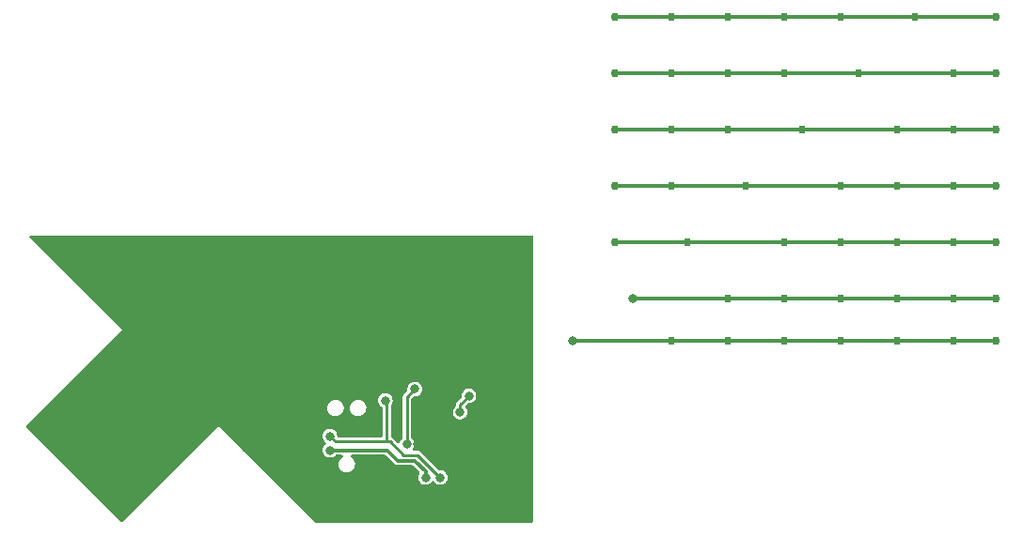
<source format=gbl>
G04 #@! TF.GenerationSoftware,KiCad,Pcbnew,7.0.5-0*
G04 #@! TF.CreationDate,2023-07-23T22:29:31-04:00*
G04 #@! TF.ProjectId,business_card,62757369-6e65-4737-935f-636172642e6b,rev?*
G04 #@! TF.SameCoordinates,Original*
G04 #@! TF.FileFunction,Copper,L2,Bot*
G04 #@! TF.FilePolarity,Positive*
%FSLAX46Y46*%
G04 Gerber Fmt 4.6, Leading zero omitted, Abs format (unit mm)*
G04 Created by KiCad (PCBNEW 7.0.5-0) date 2023-07-23 22:29:31*
%MOMM*%
%LPD*%
G01*
G04 APERTURE LIST*
G04 #@! TA.AperFunction,ViaPad*
%ADD10C,0.800000*%
G04 #@! TD*
G04 #@! TA.AperFunction,ViaPad*
%ADD11C,1.200000*%
G04 #@! TD*
G04 #@! TA.AperFunction,ViaPad*
%ADD12C,0.756400*%
G04 #@! TD*
G04 #@! TA.AperFunction,Conductor*
%ADD13C,0.250000*%
G04 #@! TD*
G04 #@! TA.AperFunction,Conductor*
%ADD14C,0.304800*%
G04 #@! TD*
G04 APERTURE END LIST*
D10*
X129804797Y-120437796D03*
X113538000Y-115824000D03*
X134361797Y-122458296D03*
X138161797Y-124948296D03*
X131461797Y-114848296D03*
D11*
X107670600Y-115951000D03*
D10*
X136451797Y-115688296D03*
X117226583Y-114252085D03*
X133409956Y-122447449D03*
X134111797Y-117498296D03*
X136412797Y-125486296D03*
X131461797Y-118528296D03*
X126464797Y-121746296D03*
X126464797Y-123016296D03*
X135079297Y-125486296D03*
X138203497Y-119580796D03*
X138986797Y-118123296D03*
D12*
X167355796Y-83900296D03*
X172435796Y-83900296D03*
X186405796Y-83900296D03*
X179118296Y-83900296D03*
X162275796Y-83900296D03*
X157195796Y-83900296D03*
X152115796Y-83900296D03*
X167355796Y-113110296D03*
X157195796Y-113110296D03*
X182595796Y-113110296D03*
X162275796Y-113110296D03*
X186405796Y-113110296D03*
X172435796Y-113110296D03*
X177515796Y-113110296D03*
D10*
X148305796Y-113110296D03*
D12*
X152115796Y-88980296D03*
X186405796Y-88980296D03*
X174038296Y-88980296D03*
X182595796Y-88980296D03*
X162275796Y-88980296D03*
X157195796Y-88980296D03*
X167355796Y-88980296D03*
X186405796Y-94060296D03*
X182595796Y-94060296D03*
X162275796Y-94060296D03*
X152115796Y-94060296D03*
X177515796Y-94060296D03*
X168958296Y-94060296D03*
X157195796Y-94060296D03*
X162275796Y-109300296D03*
X186405796Y-109300296D03*
X177515796Y-109300296D03*
X172435796Y-109300296D03*
X167355796Y-109300296D03*
X182595796Y-109300296D03*
D10*
X153718296Y-109300296D03*
D12*
X172435796Y-104220296D03*
X158685796Y-104220296D03*
X177515796Y-104220296D03*
X186405796Y-104220296D03*
X182595796Y-104220296D03*
X167355796Y-104220296D03*
X152115796Y-104220296D03*
X172435796Y-99140296D03*
X177515796Y-99140296D03*
X186405796Y-99140296D03*
X157195796Y-99140296D03*
X182595796Y-99140296D03*
X163878296Y-99140296D03*
X152115796Y-99140296D03*
D13*
X133409956Y-118200137D02*
X134111797Y-117498296D01*
X133409956Y-122447449D02*
X133409956Y-118200137D01*
X131572000Y-118638499D02*
X131461797Y-118528296D01*
X131572000Y-122248296D02*
X131900296Y-122248296D01*
X133096000Y-123444000D02*
X134370501Y-123444000D01*
X134370501Y-123444000D02*
X136412797Y-125486296D01*
X126464797Y-121746296D02*
X126966797Y-122248296D01*
X126966797Y-122248296D02*
X131572000Y-122248296D01*
X131900296Y-122248296D02*
X133096000Y-123444000D01*
X131572000Y-122248296D02*
X131572000Y-118638499D01*
D14*
X131652296Y-123016296D02*
X126464797Y-123016296D01*
X132588000Y-123952000D02*
X131652296Y-123016296D01*
X134112000Y-123952000D02*
X132588000Y-123952000D01*
X135079297Y-124919297D02*
X134112000Y-123952000D01*
X135079297Y-125486296D02*
X135079297Y-124919297D01*
D13*
X138203497Y-119580796D02*
X138203497Y-118906596D01*
X138203497Y-118906596D02*
X138986797Y-118123296D01*
D14*
X152115796Y-83900296D02*
X157195796Y-83900296D01*
X179005796Y-83900296D02*
X186405796Y-83900296D01*
X157195796Y-83900296D02*
X162275796Y-83900296D01*
X172435796Y-83900296D02*
X179005796Y-83900296D01*
X162275796Y-83900296D02*
X167355796Y-83900296D01*
X167355796Y-83900296D02*
X172435796Y-83900296D01*
X172435796Y-113110296D02*
X167355796Y-113110296D01*
X157195796Y-113110296D02*
X148305796Y-113110296D01*
X157195796Y-113110296D02*
X162275796Y-113110296D01*
X177515796Y-113110296D02*
X172435796Y-113110296D01*
X186405796Y-113110296D02*
X182595796Y-113110296D01*
X182595796Y-113110296D02*
X177515796Y-113110296D01*
X167355796Y-113110296D02*
X162275796Y-113110296D01*
X152115796Y-88980296D02*
X157195796Y-88980296D01*
X173925796Y-88980296D02*
X182595796Y-88980296D01*
X157195796Y-88980296D02*
X162275796Y-88980296D01*
X162275796Y-88980296D02*
X167355796Y-88980296D01*
X182595796Y-88980296D02*
X186405796Y-88980296D01*
X167355796Y-88980296D02*
X173925796Y-88980296D01*
X162275796Y-94060296D02*
X168845796Y-94060296D01*
X182595796Y-94060296D02*
X186405796Y-94060296D01*
X152115796Y-94060296D02*
X157195796Y-94060296D01*
X168845796Y-94060296D02*
X177515796Y-94060296D01*
X177515796Y-94060296D02*
X182595796Y-94060296D01*
X157195796Y-94060296D02*
X162275796Y-94060296D01*
X162275796Y-109300296D02*
X167355796Y-109300296D01*
X172435796Y-109300296D02*
X177515796Y-109300296D01*
X167355796Y-109300296D02*
X172435796Y-109300296D01*
X153718296Y-109300296D02*
X162275796Y-109300296D01*
X177515796Y-109300296D02*
X182595796Y-109300296D01*
X182595796Y-109300296D02*
X186405796Y-109300296D01*
X152115796Y-104220296D02*
X186405796Y-104220296D01*
X158685796Y-104220296D02*
X167355796Y-104220296D01*
X182595796Y-104220296D02*
X186405796Y-104220296D01*
X177515796Y-104220296D02*
X182595796Y-104220296D01*
X152115796Y-104220296D02*
X158685796Y-104220296D01*
X167355796Y-104220296D02*
X172435796Y-104220296D01*
X152115796Y-99140296D02*
X186405796Y-99140296D01*
X182595796Y-99140296D02*
X186405796Y-99140296D01*
X157195796Y-99140296D02*
X163765796Y-99140296D01*
X152115796Y-99140296D02*
X157195796Y-99140296D01*
X163765796Y-99140296D02*
X172435796Y-99140296D01*
X172435796Y-99140296D02*
X177515796Y-99140296D01*
G04 #@! TA.AperFunction,Conductor*
G36*
X144722121Y-103652002D02*
G01*
X144768614Y-103705658D01*
X144780000Y-103758000D01*
X144780000Y-129413500D01*
X144759998Y-129481621D01*
X144706342Y-129528114D01*
X144654000Y-129539500D01*
X125204598Y-129539500D01*
X125136477Y-129519498D01*
X125115503Y-129502595D01*
X118629207Y-123016299D01*
X125805490Y-123016299D01*
X125824646Y-123174075D01*
X125873244Y-123302214D01*
X125881010Y-123322691D01*
X125971299Y-123453497D01*
X126090268Y-123558895D01*
X126090269Y-123558895D01*
X126090271Y-123558897D01*
X126164997Y-123598116D01*
X126231004Y-123632759D01*
X126385326Y-123670796D01*
X126385327Y-123670796D01*
X126544267Y-123670796D01*
X126544268Y-123670796D01*
X126698590Y-123632759D01*
X126839326Y-123558895D01*
X126873174Y-123528908D01*
X126956731Y-123454884D01*
X127020984Y-123424683D01*
X127040284Y-123423196D01*
X127519996Y-123423196D01*
X127588117Y-123443198D01*
X127634610Y-123496854D01*
X127644714Y-123567128D01*
X127615220Y-123631708D01*
X127589234Y-123654467D01*
X127503142Y-123711090D01*
X127383499Y-123837903D01*
X127296331Y-123988883D01*
X127296329Y-123988889D01*
X127246327Y-124155909D01*
X127236240Y-124329089D01*
X127236189Y-124329956D01*
X127266464Y-124501650D01*
X127266465Y-124501652D01*
X127335515Y-124661731D01*
X127335517Y-124661735D01*
X127439627Y-124801578D01*
X127573180Y-124913644D01*
X127573182Y-124913645D01*
X127728981Y-124991890D01*
X127898625Y-125032096D01*
X127898627Y-125032096D01*
X128029235Y-125032096D01*
X128062913Y-125028159D01*
X128158960Y-125016933D01*
X128322789Y-124957304D01*
X128468450Y-124861501D01*
X128588092Y-124734689D01*
X128675263Y-124583703D01*
X128725265Y-124416684D01*
X128735403Y-124242636D01*
X128705128Y-124070942D01*
X128636075Y-123910858D01*
X128531964Y-123771013D01*
X128398408Y-123658945D01*
X128392282Y-123654916D01*
X128393966Y-123652354D01*
X128352179Y-123613344D01*
X128334713Y-123544529D01*
X128357225Y-123477196D01*
X128412565Y-123432722D01*
X128460627Y-123423196D01*
X131431562Y-123423196D01*
X131499683Y-123443198D01*
X131520658Y-123460101D01*
X132324848Y-124264292D01*
X132324858Y-124264301D01*
X132345849Y-124285292D01*
X132365903Y-124295510D01*
X132382755Y-124305837D01*
X132400968Y-124319070D01*
X132422378Y-124326026D01*
X132440635Y-124333588D01*
X132460694Y-124343809D01*
X132474356Y-124345972D01*
X132482926Y-124347330D01*
X132502153Y-124351946D01*
X132523553Y-124358899D01*
X132553378Y-124358899D01*
X132553402Y-124358900D01*
X132555976Y-124358900D01*
X133891267Y-124358900D01*
X133959388Y-124378902D01*
X133980362Y-124395805D01*
X134531088Y-124946531D01*
X134565114Y-125008843D01*
X134560049Y-125079658D01*
X134545690Y-125107201D01*
X134495511Y-125179898D01*
X134495509Y-125179903D01*
X134439146Y-125328516D01*
X134419990Y-125486292D01*
X134419990Y-125486299D01*
X134439146Y-125644075D01*
X134486997Y-125770244D01*
X134495510Y-125792691D01*
X134585799Y-125923497D01*
X134704768Y-126028895D01*
X134704769Y-126028895D01*
X134704771Y-126028897D01*
X134779497Y-126068116D01*
X134845504Y-126102759D01*
X134999826Y-126140796D01*
X134999827Y-126140796D01*
X135158767Y-126140796D01*
X135158768Y-126140796D01*
X135313090Y-126102759D01*
X135453826Y-126028895D01*
X135572795Y-125923497D01*
X135642352Y-125822725D01*
X135697509Y-125778027D01*
X135768078Y-125770244D01*
X135831652Y-125801849D01*
X135849739Y-125822723D01*
X135919299Y-125923497D01*
X136038268Y-126028895D01*
X136038269Y-126028895D01*
X136038271Y-126028897D01*
X136112997Y-126068116D01*
X136179004Y-126102759D01*
X136333326Y-126140796D01*
X136333327Y-126140796D01*
X136492267Y-126140796D01*
X136492268Y-126140796D01*
X136646590Y-126102759D01*
X136787326Y-126028895D01*
X136906295Y-125923497D01*
X136996584Y-125792691D01*
X137052946Y-125644078D01*
X137052946Y-125644077D01*
X137052947Y-125644075D01*
X137072104Y-125486299D01*
X137072104Y-125486292D01*
X137052947Y-125328516D01*
X137039335Y-125292626D01*
X136996584Y-125179901D01*
X136906295Y-125049095D01*
X136787326Y-124943697D01*
X136787325Y-124943696D01*
X136787322Y-124943694D01*
X136646594Y-124869835D01*
X136646592Y-124869834D01*
X136646590Y-124869833D01*
X136646588Y-124869832D01*
X136646587Y-124869832D01*
X136492269Y-124831796D01*
X136492268Y-124831796D01*
X136347181Y-124831796D01*
X136279060Y-124811794D01*
X136258086Y-124794891D01*
X134675920Y-123212725D01*
X134659530Y-123192542D01*
X134653569Y-123183418D01*
X134653568Y-123183417D01*
X134625271Y-123161393D01*
X134619424Y-123156229D01*
X134616614Y-123153419D01*
X134616613Y-123153418D01*
X134616612Y-123153417D01*
X134616607Y-123153413D01*
X134598475Y-123140467D01*
X134596390Y-123138912D01*
X134553621Y-123105625D01*
X134546641Y-123101848D01*
X134539478Y-123098346D01*
X134487564Y-123082890D01*
X134485085Y-123082096D01*
X134433827Y-123064499D01*
X134426005Y-123063194D01*
X134418090Y-123062207D01*
X134373557Y-123064049D01*
X134363976Y-123064446D01*
X134361382Y-123064500D01*
X134019385Y-123064500D01*
X133951264Y-123044498D01*
X133904771Y-122990842D01*
X133894667Y-122920568D01*
X133915689Y-122866924D01*
X133921494Y-122858514D01*
X133993743Y-122753844D01*
X134050105Y-122605231D01*
X134050105Y-122605230D01*
X134050106Y-122605228D01*
X134069263Y-122447452D01*
X134069263Y-122447445D01*
X134050106Y-122289669D01*
X134036494Y-122253779D01*
X133993743Y-122141054D01*
X133954418Y-122084082D01*
X133903455Y-122010249D01*
X133903452Y-122010246D01*
X133831902Y-121946857D01*
X133794177Y-121886712D01*
X133789456Y-121852545D01*
X133789456Y-119580799D01*
X137544190Y-119580799D01*
X137563346Y-119738575D01*
X137599402Y-119833644D01*
X137619710Y-119887191D01*
X137709999Y-120017997D01*
X137828968Y-120123395D01*
X137828969Y-120123395D01*
X137828971Y-120123397D01*
X137903697Y-120162616D01*
X137969704Y-120197259D01*
X138124026Y-120235296D01*
X138124027Y-120235296D01*
X138282967Y-120235296D01*
X138282968Y-120235296D01*
X138437290Y-120197259D01*
X138578026Y-120123395D01*
X138696995Y-120017997D01*
X138787284Y-119887191D01*
X138843646Y-119738578D01*
X138843646Y-119738577D01*
X138843647Y-119738575D01*
X138862804Y-119580799D01*
X138862804Y-119580792D01*
X138843647Y-119423016D01*
X138810904Y-119336682D01*
X138787284Y-119274401D01*
X138696995Y-119143595D01*
X138696993Y-119143592D01*
X138694417Y-119141310D01*
X138693072Y-119139166D01*
X138691940Y-119137888D01*
X138692152Y-119137699D01*
X138656694Y-119081165D01*
X138657477Y-119010172D01*
X138688875Y-118957910D01*
X138832087Y-118814698D01*
X138894397Y-118780675D01*
X138921180Y-118777796D01*
X139066267Y-118777796D01*
X139066268Y-118777796D01*
X139220590Y-118739759D01*
X139361326Y-118665895D01*
X139480295Y-118560497D01*
X139570584Y-118429691D01*
X139626946Y-118281078D01*
X139626946Y-118281077D01*
X139626947Y-118281075D01*
X139646104Y-118123299D01*
X139646104Y-118123292D01*
X139626947Y-117965516D01*
X139600096Y-117894717D01*
X139570584Y-117816901D01*
X139480295Y-117686095D01*
X139361326Y-117580697D01*
X139361325Y-117580696D01*
X139361322Y-117580694D01*
X139220594Y-117506835D01*
X139220592Y-117506834D01*
X139220590Y-117506833D01*
X139220588Y-117506832D01*
X139220587Y-117506832D01*
X139066269Y-117468796D01*
X139066268Y-117468796D01*
X138907326Y-117468796D01*
X138907324Y-117468796D01*
X138753006Y-117506832D01*
X138752999Y-117506835D01*
X138612271Y-117580694D01*
X138612266Y-117580698D01*
X138493298Y-117686096D01*
X138403012Y-117816897D01*
X138403009Y-117816903D01*
X138346646Y-117965516D01*
X138327490Y-118123292D01*
X138327490Y-118123296D01*
X138333371Y-118171732D01*
X138321724Y-118241767D01*
X138297384Y-118276013D01*
X137972221Y-118601176D01*
X137952048Y-118617560D01*
X137942916Y-118623526D01*
X137942913Y-118623529D01*
X137920891Y-118651823D01*
X137915728Y-118657669D01*
X137914782Y-118658615D01*
X137912911Y-118660487D01*
X137899953Y-118678635D01*
X137898400Y-118680718D01*
X137865125Y-118723472D01*
X137861332Y-118730480D01*
X137857844Y-118737616D01*
X137842385Y-118789538D01*
X137841591Y-118792016D01*
X137823996Y-118843271D01*
X137822691Y-118851091D01*
X137821704Y-118859006D01*
X137823943Y-118913110D01*
X137823997Y-118915715D01*
X137823997Y-118985892D01*
X137803995Y-119054013D01*
X137781551Y-119080204D01*
X137710000Y-119143593D01*
X137709997Y-119143596D01*
X137619712Y-119274397D01*
X137619709Y-119274403D01*
X137563346Y-119423016D01*
X137544190Y-119580792D01*
X137544190Y-119580799D01*
X133789456Y-119580799D01*
X133789456Y-118409521D01*
X133809458Y-118341400D01*
X133826361Y-118320426D01*
X133957086Y-118189701D01*
X134019398Y-118155675D01*
X134046181Y-118152796D01*
X134191267Y-118152796D01*
X134191268Y-118152796D01*
X134345590Y-118114759D01*
X134486326Y-118040895D01*
X134605295Y-117935497D01*
X134695584Y-117804691D01*
X134751946Y-117656078D01*
X134751946Y-117656077D01*
X134751947Y-117656075D01*
X134771104Y-117498299D01*
X134771104Y-117498292D01*
X134751947Y-117340516D01*
X134738335Y-117304626D01*
X134695584Y-117191901D01*
X134605295Y-117061095D01*
X134486326Y-116955697D01*
X134486325Y-116955696D01*
X134486322Y-116955694D01*
X134345594Y-116881835D01*
X134345592Y-116881834D01*
X134345590Y-116881833D01*
X134345588Y-116881832D01*
X134345587Y-116881832D01*
X134191269Y-116843796D01*
X134191268Y-116843796D01*
X134032326Y-116843796D01*
X134032324Y-116843796D01*
X133878006Y-116881832D01*
X133877999Y-116881835D01*
X133737271Y-116955694D01*
X133737266Y-116955698D01*
X133618298Y-117061096D01*
X133528012Y-117191897D01*
X133528009Y-117191903D01*
X133471646Y-117340516D01*
X133452490Y-117498292D01*
X133452490Y-117498296D01*
X133453527Y-117506833D01*
X133458371Y-117546732D01*
X133446724Y-117616767D01*
X133422384Y-117651013D01*
X133178680Y-117894717D01*
X133158507Y-117911101D01*
X133149375Y-117917067D01*
X133149372Y-117917070D01*
X133127350Y-117945364D01*
X133122187Y-117951210D01*
X133121241Y-117952156D01*
X133119370Y-117954028D01*
X133106412Y-117972176D01*
X133104859Y-117974259D01*
X133071584Y-118017013D01*
X133067791Y-118024021D01*
X133064303Y-118031157D01*
X133048844Y-118083079D01*
X133048050Y-118085557D01*
X133030455Y-118136812D01*
X133029150Y-118144632D01*
X133028163Y-118152549D01*
X133030401Y-118206653D01*
X133030455Y-118209256D01*
X133030456Y-121852545D01*
X133010454Y-121920666D01*
X132988010Y-121946857D01*
X132916459Y-122010246D01*
X132916456Y-122010249D01*
X132826171Y-122141050D01*
X132826168Y-122141056D01*
X132769806Y-122289668D01*
X132769442Y-122292668D01*
X132768563Y-122294709D01*
X132767982Y-122297068D01*
X132767589Y-122296971D01*
X132741373Y-122357880D01*
X132682503Y-122397565D01*
X132611524Y-122399123D01*
X132555266Y-122366572D01*
X132205715Y-122017021D01*
X132189325Y-121996838D01*
X132183364Y-121987714D01*
X132183363Y-121987713D01*
X132155066Y-121965689D01*
X132149219Y-121960525D01*
X132146409Y-121957715D01*
X132146408Y-121957714D01*
X132146407Y-121957713D01*
X132146402Y-121957709D01*
X132128270Y-121944763D01*
X132126185Y-121943208D01*
X132083416Y-121909921D01*
X132076436Y-121906144D01*
X132069274Y-121902642D01*
X132041547Y-121894388D01*
X131981966Y-121855780D01*
X131952716Y-121791089D01*
X131951500Y-121773626D01*
X131951500Y-120753504D01*
X131951500Y-119010253D01*
X131971501Y-118942136D01*
X131973763Y-118938741D01*
X132045584Y-118834691D01*
X132101946Y-118686078D01*
X132101946Y-118686077D01*
X132101947Y-118686075D01*
X132121104Y-118528299D01*
X132121104Y-118528292D01*
X132101947Y-118370516D01*
X132053118Y-118241767D01*
X132045584Y-118221901D01*
X131955295Y-118091095D01*
X131836326Y-117985697D01*
X131836325Y-117985696D01*
X131836322Y-117985694D01*
X131695594Y-117911835D01*
X131695592Y-117911834D01*
X131695590Y-117911833D01*
X131695588Y-117911832D01*
X131695587Y-117911832D01*
X131541269Y-117873796D01*
X131541268Y-117873796D01*
X131382326Y-117873796D01*
X131382324Y-117873796D01*
X131228006Y-117911832D01*
X131227999Y-117911835D01*
X131087271Y-117985694D01*
X131087266Y-117985698D01*
X131024960Y-118040897D01*
X130975948Y-118084319D01*
X130968298Y-118091096D01*
X130878012Y-118221897D01*
X130878009Y-118221903D01*
X130821646Y-118370516D01*
X130802490Y-118528292D01*
X130802490Y-118528299D01*
X130821646Y-118686075D01*
X130861356Y-118790778D01*
X130878010Y-118834691D01*
X130968299Y-118965497D01*
X131087268Y-119070895D01*
X131125057Y-119090728D01*
X131176077Y-119140094D01*
X131192500Y-119202294D01*
X131192500Y-121742796D01*
X131172498Y-121810917D01*
X131118842Y-121857410D01*
X131066500Y-121868796D01*
X127250104Y-121868796D01*
X127181983Y-121848794D01*
X127135490Y-121795138D01*
X127126472Y-121753685D01*
X127125023Y-121753862D01*
X127104947Y-121588516D01*
X127091335Y-121552626D01*
X127048584Y-121439901D01*
X126958295Y-121309095D01*
X126839326Y-121203697D01*
X126839325Y-121203696D01*
X126839322Y-121203694D01*
X126698594Y-121129835D01*
X126698592Y-121129834D01*
X126698590Y-121129833D01*
X126698588Y-121129832D01*
X126698587Y-121129832D01*
X126544269Y-121091796D01*
X126544268Y-121091796D01*
X126385326Y-121091796D01*
X126385324Y-121091796D01*
X126231006Y-121129832D01*
X126230999Y-121129835D01*
X126090271Y-121203694D01*
X126090266Y-121203698D01*
X125971298Y-121309096D01*
X125881012Y-121439897D01*
X125881009Y-121439903D01*
X125824646Y-121588516D01*
X125805490Y-121746292D01*
X125805490Y-121746299D01*
X125824646Y-121904075D01*
X125864913Y-122010248D01*
X125881010Y-122052691D01*
X125971299Y-122183497D01*
X126088111Y-122286984D01*
X126125836Y-122347129D01*
X126125056Y-122418121D01*
X126088111Y-122475607D01*
X125972785Y-122577779D01*
X125971298Y-122579096D01*
X125881012Y-122709897D01*
X125881009Y-122709903D01*
X125824646Y-122858516D01*
X125805490Y-123016292D01*
X125805490Y-123016299D01*
X118629207Y-123016299D01*
X116472950Y-120860042D01*
X116472863Y-120859912D01*
X116455182Y-120842216D01*
X116454801Y-120842058D01*
X116454799Y-120842058D01*
X116454418Y-120842216D01*
X116437434Y-120859069D01*
X116437046Y-120859644D01*
X107846495Y-129450196D01*
X107784183Y-129484222D01*
X107713368Y-129479157D01*
X107668305Y-129450196D01*
X103409053Y-125190945D01*
X99149800Y-120931691D01*
X99115776Y-120869382D01*
X99120841Y-120798567D01*
X99149800Y-120753506D01*
X100653350Y-119249956D01*
X126220189Y-119249956D01*
X126250464Y-119421650D01*
X126250465Y-119421652D01*
X126319515Y-119581731D01*
X126319517Y-119581735D01*
X126423627Y-119721578D01*
X126557180Y-119833644D01*
X126557182Y-119833645D01*
X126712981Y-119911890D01*
X126882625Y-119952096D01*
X126882627Y-119952096D01*
X127013235Y-119952096D01*
X127046913Y-119948159D01*
X127142960Y-119936933D01*
X127306789Y-119877304D01*
X127452450Y-119781501D01*
X127572092Y-119654689D01*
X127659263Y-119503703D01*
X127709265Y-119336684D01*
X127714317Y-119249956D01*
X128252189Y-119249956D01*
X128282464Y-119421650D01*
X128282465Y-119421652D01*
X128351515Y-119581731D01*
X128351517Y-119581735D01*
X128455627Y-119721578D01*
X128589180Y-119833644D01*
X128589182Y-119833645D01*
X128744981Y-119911890D01*
X128914625Y-119952096D01*
X128914627Y-119952096D01*
X129045235Y-119952096D01*
X129078913Y-119948159D01*
X129174960Y-119936933D01*
X129338789Y-119877304D01*
X129484450Y-119781501D01*
X129604092Y-119654689D01*
X129691263Y-119503703D01*
X129741265Y-119336684D01*
X129751403Y-119162636D01*
X129721128Y-118990942D01*
X129653730Y-118834694D01*
X129652076Y-118830860D01*
X129652074Y-118830856D01*
X129547964Y-118691013D01*
X129414411Y-118578947D01*
X129336165Y-118539651D01*
X129258611Y-118500702D01*
X129088967Y-118460496D01*
X128958360Y-118460496D01*
X128958357Y-118460496D01*
X128828631Y-118475659D01*
X128664802Y-118535288D01*
X128664799Y-118535289D01*
X128519142Y-118631090D01*
X128399499Y-118757903D01*
X128312331Y-118908883D01*
X128312329Y-118908889D01*
X128263829Y-119070893D01*
X128262327Y-119075909D01*
X128258385Y-119143592D01*
X128252189Y-119249956D01*
X127714317Y-119249956D01*
X127719403Y-119162636D01*
X127689128Y-118990942D01*
X127621730Y-118834694D01*
X127620076Y-118830860D01*
X127620074Y-118830856D01*
X127515964Y-118691013D01*
X127382411Y-118578947D01*
X127304166Y-118539651D01*
X127226611Y-118500702D01*
X127056967Y-118460496D01*
X126926360Y-118460496D01*
X126926357Y-118460496D01*
X126796631Y-118475659D01*
X126632802Y-118535288D01*
X126632799Y-118535289D01*
X126487142Y-118631090D01*
X126367499Y-118757903D01*
X126280331Y-118908883D01*
X126280329Y-118908889D01*
X126231829Y-119070893D01*
X126230327Y-119075909D01*
X126226385Y-119143592D01*
X126220189Y-119249956D01*
X100653350Y-119249956D01*
X107744404Y-112158902D01*
X107757781Y-112145583D01*
X107757783Y-112145583D01*
X107757942Y-112145200D01*
X107757824Y-112144916D01*
X107757783Y-112144817D01*
X107757781Y-112144816D01*
X107740624Y-112127573D01*
X107740188Y-112127280D01*
X99460003Y-103847095D01*
X99425977Y-103784783D01*
X99431042Y-103713968D01*
X99473589Y-103657132D01*
X99540109Y-103632321D01*
X99549098Y-103632000D01*
X144654000Y-103632000D01*
X144722121Y-103652002D01*
G37*
G04 #@! TD.AperFunction*
M02*

</source>
